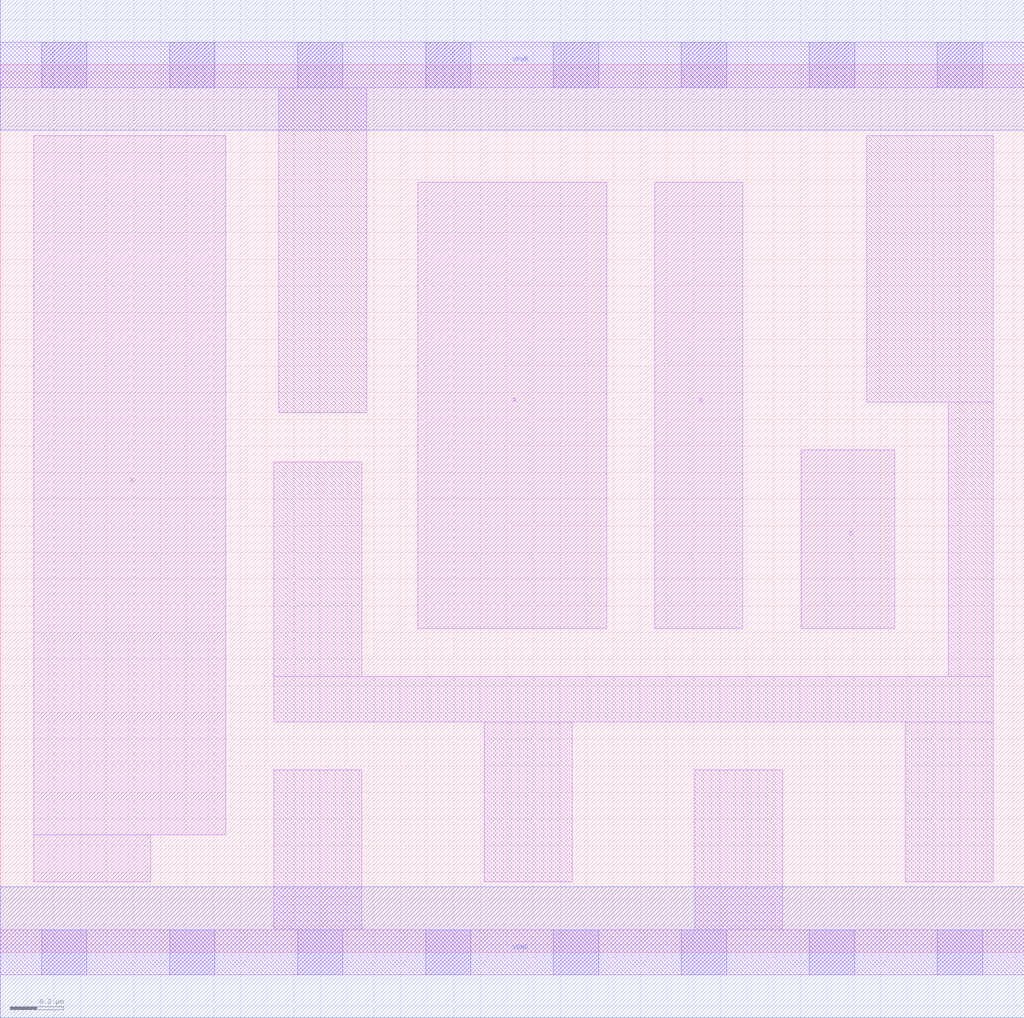
<source format=lef>
# Copyright 2020 The SkyWater PDK Authors
#
# Licensed under the Apache License, Version 2.0 (the "License");
# you may not use this file except in compliance with the License.
# You may obtain a copy of the License at
#
#     https://www.apache.org/licenses/LICENSE-2.0
#
# Unless required by applicable law or agreed to in writing, software
# distributed under the License is distributed on an "AS IS" BASIS,
# WITHOUT WARRANTIES OR CONDITIONS OF ANY KIND, either express or implied.
# See the License for the specific language governing permissions and
# limitations under the License.
#
# SPDX-License-Identifier: Apache-2.0

VERSION 5.7 ;
  NAMESCASESENSITIVE ON ;
  NOWIREEXTENSIONATPIN ON ;
  DIVIDERCHAR "/" ;
  BUSBITCHARS "[]" ;
UNITS
  DATABASE MICRONS 200 ;
END UNITS
MACRO sky130_fd_sc_lp__or3_lp
  CLASS CORE ;
  SOURCE USER ;
  FOREIGN sky130_fd_sc_lp__or3_lp ;
  ORIGIN  0.000000  0.000000 ;
  SIZE  3.840000 BY  3.330000 ;
  SYMMETRY X Y R90 ;
  SITE unit ;
  PIN A
    ANTENNAGATEAREA  0.376000 ;
    DIRECTION INPUT ;
    USE SIGNAL ;
    PORT
      LAYER li1 ;
        RECT 1.565000 1.215000 2.275000 2.890000 ;
    END
  END A
  PIN B
    ANTENNAGATEAREA  0.376000 ;
    DIRECTION INPUT ;
    USE SIGNAL ;
    PORT
      LAYER li1 ;
        RECT 2.455000 1.215000 2.785000 2.890000 ;
    END
  END B
  PIN C
    ANTENNAGATEAREA  0.376000 ;
    DIRECTION INPUT ;
    USE SIGNAL ;
    PORT
      LAYER li1 ;
        RECT 3.005000 1.215000 3.355000 1.885000 ;
    END
  END C
  PIN X
    ANTENNADIFFAREA  0.404700 ;
    DIRECTION OUTPUT ;
    USE SIGNAL ;
    PORT
      LAYER li1 ;
        RECT 0.125000 0.265000 0.565000 0.440000 ;
        RECT 0.125000 0.440000 0.845000 3.065000 ;
    END
  END X
  PIN VGND
    DIRECTION INOUT ;
    USE GROUND ;
    PORT
      LAYER met1 ;
        RECT 0.000000 -0.245000 3.840000 0.245000 ;
    END
  END VGND
  PIN VPWR
    DIRECTION INOUT ;
    USE POWER ;
    PORT
      LAYER met1 ;
        RECT 0.000000 3.085000 3.840000 3.575000 ;
    END
  END VPWR
  OBS
    LAYER li1 ;
      RECT 0.000000 -0.085000 3.840000 0.085000 ;
      RECT 0.000000  3.245000 3.840000 3.415000 ;
      RECT 1.025000  0.085000 1.355000 0.685000 ;
      RECT 1.025000  0.865000 3.725000 1.035000 ;
      RECT 1.025000  1.035000 1.355000 1.840000 ;
      RECT 1.045000  2.025000 1.375000 3.245000 ;
      RECT 1.815000  0.265000 2.145000 0.865000 ;
      RECT 2.605000  0.085000 2.935000 0.685000 ;
      RECT 3.250000  2.065000 3.725000 3.065000 ;
      RECT 3.395000  0.265000 3.725000 0.865000 ;
      RECT 3.555000  1.035000 3.725000 2.065000 ;
    LAYER mcon ;
      RECT 0.155000 -0.085000 0.325000 0.085000 ;
      RECT 0.155000  3.245000 0.325000 3.415000 ;
      RECT 0.635000 -0.085000 0.805000 0.085000 ;
      RECT 0.635000  3.245000 0.805000 3.415000 ;
      RECT 1.115000 -0.085000 1.285000 0.085000 ;
      RECT 1.115000  3.245000 1.285000 3.415000 ;
      RECT 1.595000 -0.085000 1.765000 0.085000 ;
      RECT 1.595000  3.245000 1.765000 3.415000 ;
      RECT 2.075000 -0.085000 2.245000 0.085000 ;
      RECT 2.075000  3.245000 2.245000 3.415000 ;
      RECT 2.555000 -0.085000 2.725000 0.085000 ;
      RECT 2.555000  3.245000 2.725000 3.415000 ;
      RECT 3.035000 -0.085000 3.205000 0.085000 ;
      RECT 3.035000  3.245000 3.205000 3.415000 ;
      RECT 3.515000 -0.085000 3.685000 0.085000 ;
      RECT 3.515000  3.245000 3.685000 3.415000 ;
  END
END sky130_fd_sc_lp__or3_lp
END LIBRARY

</source>
